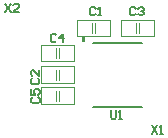
<source format=gto>
G04*
G04 #@! TF.GenerationSoftware,Altium Limited,Altium Designer,24.4.1 (13)*
G04*
G04 Layer_Color=65535*
%FSLAX25Y25*%
%MOIN*%
G70*
G04*
G04 #@! TF.SameCoordinates,AA9B8025-BE10-49C8-B8BA-64AABDCBB2E5*
G04*
G04*
G04 #@! TF.FilePolarity,Positive*
G04*
G01*
G75*
%ADD10C,0.00394*%
%ADD11C,0.00600*%
%ADD12C,0.00787*%
G36*
X61411Y38645D02*
X62411D01*
Y37146D01*
X61411D01*
Y38645D01*
D02*
G37*
D10*
X59744Y38976D02*
Y44488D01*
Y38976D02*
X70768D01*
Y44488D01*
X59744D02*
X70768D01*
X65856Y40032D02*
Y43432D01*
X64656Y40032D02*
Y43432D01*
X74409Y38976D02*
Y44488D01*
Y38976D02*
X85433D01*
Y44488D01*
X74409D02*
X85433D01*
X80521Y40032D02*
Y43432D01*
X79321Y40032D02*
Y43432D01*
X47736Y16339D02*
Y21850D01*
Y16339D02*
X58760D01*
Y21850D01*
X47736D02*
X58760D01*
X53848Y17394D02*
Y20795D01*
X52648Y17394D02*
Y20795D01*
X47736Y23327D02*
Y28839D01*
Y23327D02*
X58760D01*
Y28839D01*
X47736D02*
X58760D01*
X53848Y24383D02*
Y27783D01*
X52648Y24383D02*
Y27783D01*
X47736Y30610D02*
Y36122D01*
Y30610D02*
X58760D01*
Y36122D01*
X47736D02*
X58760D01*
X53848Y31666D02*
Y35066D01*
X52648Y31666D02*
Y35066D01*
D11*
X65067Y36534D02*
X81390D01*
X65067Y15434D02*
X81390D01*
D12*
X35795Y49704D02*
X37631Y46949D01*
Y49704D02*
X35795Y46949D01*
X40386D02*
X38550D01*
X40386Y48786D01*
Y49245D01*
X39927Y49704D01*
X39009D01*
X38550Y49245D01*
X84581Y9251D02*
X86417Y6497D01*
Y9251D02*
X84581Y6497D01*
X87336D02*
X88254D01*
X87795D01*
Y9251D01*
X87336Y8792D01*
X70998Y14173D02*
Y11877D01*
X71457Y11418D01*
X72376D01*
X72835Y11877D01*
Y14173D01*
X73753Y11418D02*
X74671D01*
X74212D01*
Y14173D01*
X73753Y13714D01*
X44948Y18537D02*
X44489Y18078D01*
Y17159D01*
X44948Y16700D01*
X46784D01*
X47244Y17159D01*
Y18078D01*
X46784Y18537D01*
X44489Y21292D02*
Y19455D01*
X45866D01*
X45407Y20374D01*
Y20833D01*
X45866Y21292D01*
X46784D01*
X47244Y20833D01*
Y19914D01*
X46784Y19455D01*
X52789Y39206D02*
X52330Y39665D01*
X51411D01*
X50952Y39206D01*
Y37369D01*
X51411Y36910D01*
X52330D01*
X52789Y37369D01*
X55085Y36910D02*
Y39665D01*
X53707Y38287D01*
X55544D01*
X79265Y48162D02*
X78806Y48622D01*
X77888D01*
X77429Y48162D01*
Y46326D01*
X77888Y45867D01*
X78806D01*
X79265Y46326D01*
X80184Y48162D02*
X80643Y48622D01*
X81561D01*
X82020Y48162D01*
Y47703D01*
X81561Y47244D01*
X81102D01*
X81561D01*
X82020Y46785D01*
Y46326D01*
X81561Y45867D01*
X80643D01*
X80184Y46326D01*
X44751Y24836D02*
X44292Y24377D01*
Y23459D01*
X44751Y22999D01*
X46588D01*
X47047Y23459D01*
Y24377D01*
X46588Y24836D01*
X47047Y27591D02*
Y25754D01*
X45210Y27591D01*
X44751D01*
X44292Y27132D01*
Y26214D01*
X44751Y25754D01*
X65945Y48162D02*
X65486Y48622D01*
X64567D01*
X64108Y48162D01*
Y46326D01*
X64567Y45867D01*
X65486D01*
X65945Y46326D01*
X66863Y45867D02*
X67782D01*
X67322D01*
Y48622D01*
X66863Y48162D01*
M02*

</source>
